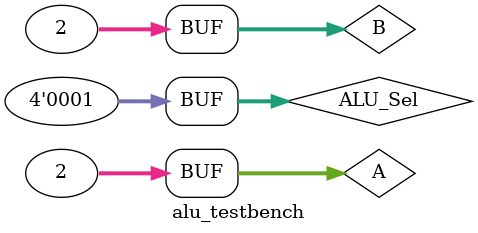
<source format=v>
`timescale 1ns / 1ps


module alu_testbench;
reg [31:0] A,B;  // ALU 8-bit Inputs
reg [3:0] ALU_Sel;// ALU Selection
wire [31:0] ALU_Out; // ALU 8-bit Output
wire CarryOut; // Carry Out Flag
wire ZeroOut;	// Zero Flag

alu uut(
    .A(A),
    .B(B),
    .ALU_Sel(ALU_Sel),
    .ALU_Out(ALU_Out),
    .CarryOut(CarryOut),
    .ZeroOut(ZeroOut)
);

//initial
//begin
//clk = 0;
//forever #10 clk = ~clk;
//end

initial begin
    A = 0;
    B = 0;
    ALU_Sel= 0;
    
    #10;
    
    A = 2;
    B = 2;
    ALU_Sel = 4'b0001;

end

endmodule

</source>
